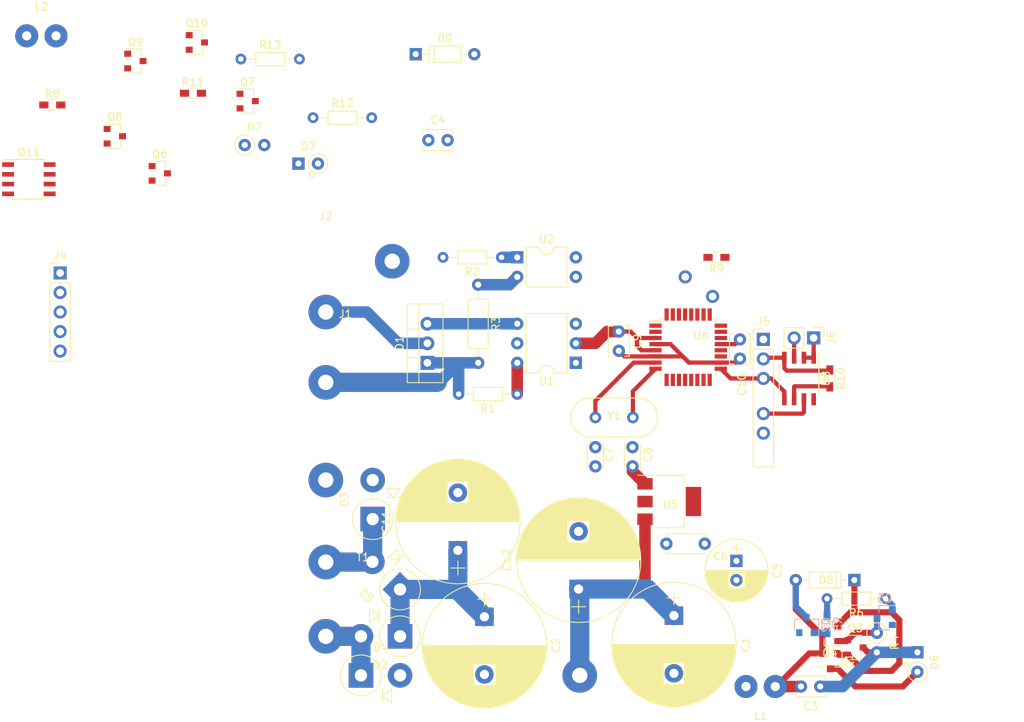
<source format=kicad_pcb>
(kicad_pcb (version 4) (host pcbnew 4.0.7)
  (layers (0 F.Cu signal) (31 B.Cu signal) (34 B.Paste user hide) (35 F.Paste user hide) (36 B.SilkS user hide) (37 F.SilkS user) (38 B.Mask user hide) (39 F.Mask user hide) (44 Edge.Cuts user hide))
  (net 0 "")
  (net 1 GND)
  (net 2 VCC)
  (net 3 "Net-(C7-Pad2)")
  (net 4 "Net-(C8-Pad2)")
  (net 5 "Net-(D1-Pad1)")
  (net 6 "Net-(D1-Pad2)")
  (net 7 "Net-(D1-Pad3)")
  (net 8 "Net-(J4-Pad1)")
  (net 9 "Net-(J4-Pad2)")
  (net 10 "Net-(J4-Pad3)")
  (net 11 "Net-(J5-Pad3)")
  (net 12 "Net-(J5-Pad4)")
  (net 13 "Net-(J5-Pad5)")
  (net 14 "Net-(J5-Pad6)")
  (net 15 "Net-(J6-Pad2)")
  (net 16 "Net-(R1-Pad1)")
  (net 17 "Net-(R2-Pad1)")
  (net 18 "Net-(J1-Pad2)")
  (net 19 "Net-(R3-Pad1)")
  (net 20 "Net-(R8-Pad1)")
  (net 21 "Net-(R8-Pad2)")
  (net 22 "Net-(R9-Pad2)")
  (net 23 "Net-(U1-Pad5)")
  (net 24 "Net-(U1-Pad3)")
  (net 25 "Net-(U6-Pad2)")
  (net 26 "Net-(U6-Pad19)")
  (net 27 "Net-(U6-Pad20)")
  (net 28 "Net-(U6-Pad22)")
  (net 29 "Net-(U6-Pad23)")
  (net 30 "Net-(U6-Pad24)")
  (net 31 "Net-(U6-Pad25)")
  (net 32 "Net-(U8-Pad8)")
  (net 33 "Net-(U6-Pad12)")
  (net 34 "Net-(U6-Pad27)")
  (net 35 "Net-(R10-Pad2)")
  (net 36 "Net-(R5-Pad2)")
  (net 37 "Net-(R12-Pad2)")
  (net 38 +12V)
  (net 39 "Net-(C3-Pad1)")
  (net 40 "Net-(C3-Pad2)")
  (net 41 "Net-(C4-Pad1)")
  (net 42 "Net-(C4-Pad2)")
  (net 43 +24V)
  (net 44 "Net-(Q2-Pad1)")
  (net 45 "Net-(Q3-Pad1)")
  (net 46 "Net-(Q5-Pad1)")
  (net 47 "Net-(Q7-Pad1)")
  (net 48 "Net-(Q10-Pad3)")
  (net 49 "Net-(Q10-Pad1)")
  (net 50 "Net-(D2-Pad2)")
  (net 51 "Net-(D3-Pad1)")
  (net 52 "Net-(D8-Pad1)")
  (net 53 "Net-(D9-Pad1)")
  (net 54 "Net-(J5-Pad7)")
  (net 55 +VSW)
  (net 56 "Net-(Q11-Pad2)")
  (net 57 "Net-(Q11-Pad3)")
  (net 58 en)
  (net 59 "Net-(Q11-Pad6)")
  (net 60 "Net-(Q11-Pad7)")
  (net 61 "Net-(Q11-Pad8)")
  (net 62 "Net-(U6-Pad30)")
  (module Pin_Headers:Pin_Header_Straight_1x07_Pitch2.54mm (layer F.Cu) (at 78.232 28.956)
    (fp_text reference J5 (at 0 -2.33) (layer F.SilkS))
    (fp_text value Conn_01x07)
    (pad 1 thru_hole rect (at 0 0) (size 1.7 1.7) (drill 1) (layers *.Cu *.Mask) (net 1 GND))
    (pad 2 thru_hole oval (at 0 2.54) (size 1.7 1.7) (drill 1) (layers *.Cu *.Mask) (net 2 VCC))
    (pad 3 thru_hole oval (at 0 12.192) (size 1.7 1.7) (drill 1) (layers *.Cu *.Mask) (net 11 "Net-(J5-Pad3)"))
    (pad 4 thru_hole oval (at 0 9.652) (size 1.7 1.7) (drill 1) (layers *.Cu *.Mask) (net 12 "Net-(J5-Pad4)"))
    (pad 5 thru_hole oval (at 0 5.08) (size 1.7 1.7) (drill 1) (layers *.Cu *.Mask) (net 13 "Net-(J5-Pad5)"))
    (pad 6 thru_hole oval (at -6.604 -5.588) (size 1.7 1.7) (drill 1) (layers *.Cu *.Mask) (net 14 "Net-(J5-Pad6)"))
    (pad 7 thru_hole oval (at -10.16 -8.128) (size 1.7 1.7) (drill 1) (layers *.Cu *.Mask) (net 54 "Net-(J5-Pad7)"))
  )
  (module Capacitors_THT:C_Disc_D3.0mm_W2.0mm_P2.50mm (layer F.Cu) (at 61.214 45.466 90)
    (fp_text reference C8 (at 1.524 2.032 90) (layer F.SilkS))
    (fp_text value 22p)
    (pad 1 thru_hole circle (at 0 0 90) (size 1.6 1.6) (drill 0.8) (layers *.Cu *.Mask) (net 1 GND))
    (pad 2 thru_hole circle (at 2.5 0 90) (size 1.6 1.6) (drill 0.8) (layers *.Cu *.Mask) (net 4 "Net-(C8-Pad2)"))
  )
  (module TO_SOT_Packages_SMD:SOT-223-3_TabPin2 (layer F.Cu) (at 65.9892 50.038)
    (fp_text reference U5 (at 0.1524 0.4064) (layer F.SilkS))
    (fp_text value AMS1117-5)
    (pad 2 smd rect (at 3.15 0) (size 2 3.8) (layers F.Cu F.Paste F.Mask) (net 2 VCC))
    (pad 2 smd rect (at -3.15 0) (size 2 1.5) (layers F.Cu F.Paste F.Mask) (net 2 VCC))
    (pad 3 smd rect (at -3.15 2.3) (size 2 1.5) (layers F.Cu F.Paste F.Mask) (net 38 +12V))
    (pad 1 smd rect (at -3.15 -2.3) (size 2 1.5) (layers F.Cu F.Paste F.Mask) (net 1 GND))
  )
  (module Crystals:Crystal_HC49-U_Vertical (layer F.Cu) (at 56.388 39.116)
    (fp_text reference Y1 (at 2.413 -0.254) (layer F.SilkS))
    (fp_text value 16MHz)
    (pad 1 thru_hole circle (at 0 0) (size 1.5 1.5) (drill 0.8) (layers *.Cu *.Mask) (net 3 "Net-(C7-Pad2)"))
    (pad 2 thru_hole circle (at 4.88 0) (size 1.5 1.5) (drill 0.8) (layers *.Cu *.Mask) (net 4 "Net-(C8-Pad2)"))
  )
  (module Capacitors_THT:C_Disc_D4.7mm_W2.5mm_P5.00mm (layer F.Cu) (at 70.612 55.5244 180)
    (fp_text reference C6 (at -2.032 -1.651 180) (layer F.SilkS))
    (fp_text value 1μ)
    (pad 1 thru_hole circle (at 0 0 180) (size 1.6 1.6) (drill 0.8) (layers *.Cu *.Mask) (net 2 VCC))
    (pad 2 thru_hole circle (at 5 0 180) (size 1.6 1.6) (drill 0.8) (layers *.Cu *.Mask) (net 1 GND))
  )
  (module Capacitors_THT:C_Disc_D3.0mm_W2.0mm_P2.50mm (layer F.Cu) (at 56.388 45.466 90)
    (fp_text reference C7 (at 1.524 1.778 90) (layer F.SilkS))
    (fp_text value 22p)
    (pad 1 thru_hole circle (at 0 0 90) (size 1.6 1.6) (drill 0.8) (layers *.Cu *.Mask) (net 1 GND))
    (pad 2 thru_hole circle (at 2.5 0 90) (size 1.6 1.6) (drill 0.8) (layers *.Cu *.Mask) (net 3 "Net-(C7-Pad2)"))
  )
  (module TO_SOT_Packages_THT:TO-220-3_Vertical (layer F.Cu) (at 34.544 32.004 90)
    (fp_text reference D1 (at 2.54 -3.62 90) (layer F.SilkS))
    (fp_text value BTA_16)
    (pad 1 thru_hole rect (at 0 0 90) (size 1.8 1.8) (drill 1) (layers *.Cu *.Mask) (net 5 "Net-(D1-Pad1)"))
    (pad 2 thru_hole oval (at 2.54 0 90) (size 1.8 1.8) (drill 1) (layers *.Cu *.Mask) (net 6 "Net-(D1-Pad2)"))
    (pad 3 thru_hole oval (at 5.08 0 90) (size 1.8 1.8) (drill 1) (layers *.Cu *.Mask) (net 7 "Net-(D1-Pad3)"))
  )
  (module Pin_Headers:Pin_Header_Straight_1x02_Pitch2.54mm (layer F.Cu) (at 84.7725 28.7655 270)
    (fp_text reference J6 (at 0 -2.33 270) (layer F.SilkS))
    (fp_text value Conn_01x02)
    (pad 1 thru_hole rect (at 0 0 270) (size 1.7 1.7) (drill 1) (layers *.Cu *.Mask) (net 1 GND))
    (pad 2 thru_hole oval (at 0 2.54 270) (size 1.7 1.7) (drill 1) (layers *.Cu *.Mask) (net 15 "Net-(J6-Pad2)"))
  )
  (module Resistors_THT:R_Axial_DIN0204_L3.6mm_D1.6mm_P7.62mm_Horizontal (layer F.Cu) (at 46.228 36.068 180)
    (fp_text reference R1 (at 3.81 -1.86 180) (layer F.SilkS))
    (fp_text value 330)
    (pad 1 thru_hole circle (at 0 0 180) (size 1.4 1.4) (drill 0.7) (layers *.Cu *.Mask) (net 16 "Net-(R1-Pad1)"))
    (pad 2 thru_hole oval (at 7.62 0 180) (size 1.4 1.4) (drill 0.7) (layers *.Cu *.Mask) (net 5 "Net-(D1-Pad1)"))
  )
  (module Resistors_THT:R_Axial_DIN0204_L3.6mm_D1.6mm_P7.62mm_Horizontal (layer F.Cu) (at 44.196 18.288 180)
    (fp_text reference R2 (at 3.81 -1.86 180) (layer F.SilkS))
    (fp_text value 68k)
    (pad 1 thru_hole circle (at 0 0 180) (size 1.4 1.4) (drill 0.7) (layers *.Cu *.Mask) (net 17 "Net-(R2-Pad1)"))
    (pad 2 thru_hole oval (at 7.62 0 180) (size 1.4 1.4) (drill 0.7) (layers *.Cu *.Mask) (net 18 "Net-(J1-Pad2)"))
  )
  (module Housings_DIP:DIP-6_W7.62mm (layer F.Cu) (at 53.848 32.004 180)
    (fp_text reference U1 (at 3.81 -2.33 180) (layer F.SilkS))
    (fp_text value MOC3052M)
    (pad 1 thru_hole rect (at 0 0 180) (size 1.6 1.6) (drill 0.8) (layers *.Cu *.Mask) (net 20 "Net-(R8-Pad1)"))
    (pad 4 thru_hole oval (at 7.62 5.08 180) (size 1.6 1.6) (drill 0.8) (layers *.Cu *.Mask) (net 7 "Net-(D1-Pad3)"))
    (pad 2 thru_hole oval (at 0 2.54 180) (size 1.6 1.6) (drill 0.8) (layers *.Cu *.Mask) (net 1 GND))
    (pad 5 thru_hole oval (at 7.62 2.54 180) (size 1.6 1.6) (drill 0.8) (layers *.Cu *.Mask) (net 23 "Net-(U1-Pad5)"))
    (pad 3 thru_hole oval (at 0 5.08 180) (size 1.6 1.6) (drill 0.8) (layers *.Cu *.Mask) (net 24 "Net-(U1-Pad3)"))
    (pad 6 thru_hole oval (at 7.62 0 180) (size 1.6 1.6) (drill 0.8) (layers *.Cu *.Mask) (net 16 "Net-(R1-Pad1)"))
  )
  (module Housings_DIP:DIP-4_W7.62mm (layer F.Cu) (at 46.228 18.288)
    (fp_text reference U2 (at 3.81 -2.33) (layer F.SilkS))
    (fp_text value LTV-814)
    (pad 1 thru_hole rect (at 0 0) (size 1.6 1.6) (drill 0.8) (layers *.Cu *.Mask) (net 17 "Net-(R2-Pad1)"))
    (pad 3 thru_hole oval (at 7.62 2.54) (size 1.6 1.6) (drill 0.8) (layers *.Cu *.Mask) (net 1 GND))
    (pad 2 thru_hole oval (at 0 2.54) (size 1.6 1.6) (drill 0.8) (layers *.Cu *.Mask) (net 19 "Net-(R3-Pad1)"))
    (pad 4 thru_hole oval (at 7.62 0) (size 1.6 1.6) (drill 0.8) (layers *.Cu *.Mask) (net 22 "Net-(R9-Pad2)"))
  )
  (module Housings_QFP:TQFP-32_7x7mm_Pitch0.8mm (layer F.Cu) (at 68.453 29.972)
    (fp_text reference U6 (at 1.651 -1.524) (layer F.SilkS))
    (fp_text value ATMEGA88PA-AU)
    (pad 1 smd rect (at -4.25 -2.8) (size 1.6 0.55) (layers F.Cu F.Paste F.Mask) (net 10 "Net-(J4-Pad3)"))
    (pad 2 smd rect (at -4.25 -2) (size 1.6 0.55) (layers F.Cu F.Paste F.Mask) (net 25 "Net-(U6-Pad2)"))
    (pad 3 smd rect (at -4.25 -1.2) (size 1.6 0.55) (layers F.Cu F.Paste F.Mask) (net 1 GND))
    (pad 4 smd rect (at -4.25 -0.4) (size 1.6 0.55) (layers F.Cu F.Paste F.Mask) (net 2 VCC))
    (pad 5 smd rect (at -4.25 0.4) (size 1.6 0.55) (layers F.Cu F.Paste F.Mask) (net 1 GND))
    (pad 6 smd rect (at -4.25 1.2) (size 1.6 0.55) (layers F.Cu F.Paste F.Mask) (net 2 VCC))
    (pad 7 smd rect (at -4.25 2) (size 1.6 0.55) (layers F.Cu F.Paste F.Mask) (net 3 "Net-(C7-Pad2)"))
    (pad 8 smd rect (at -4.25 2.8) (size 1.6 0.55) (layers F.Cu F.Paste F.Mask) (net 4 "Net-(C8-Pad2)"))
    (pad 9 smd rect (at -2.8 4.25 90) (size 1.6 0.55) (layers F.Cu F.Paste F.Mask) (net 37 "Net-(R12-Pad2)"))
    (pad 10 smd rect (at -2 4.25 90) (size 1.6 0.55) (layers F.Cu F.Paste F.Mask) (net 36 "Net-(R5-Pad2)"))
    (pad 11 smd rect (at -1.2 4.25 90) (size 1.6 0.55) (layers F.Cu F.Paste F.Mask) (net 58 en))
    (pad 12 smd rect (at -0.4 4.25 90) (size 1.6 0.55) (layers F.Cu F.Paste F.Mask) (net 33 "Net-(U6-Pad12)"))
    (pad 13 smd rect (at 0.4 4.25 90) (size 1.6 0.55) (layers F.Cu F.Paste F.Mask) (net 35 "Net-(R10-Pad2)"))
    (pad 14 smd rect (at 1.2 4.25 90) (size 1.6 0.55) (layers F.Cu F.Paste F.Mask) (net 21 "Net-(R8-Pad2)"))
    (pad 15 smd rect (at 2 4.25 90) (size 1.6 0.55) (layers F.Cu F.Paste F.Mask) (net 11 "Net-(J5-Pad3)"))
    (pad 16 smd rect (at 2.8 4.25 90) (size 1.6 0.55) (layers F.Cu F.Paste F.Mask) (net 12 "Net-(J5-Pad4)"))
    (pad 17 smd rect (at 4.25 2.8) (size 1.6 0.55) (layers F.Cu F.Paste F.Mask) (net 13 "Net-(J5-Pad5)"))
    (pad 18 smd rect (at 4.25 2) (size 1.6 0.55) (layers F.Cu F.Paste F.Mask) (net 2 VCC))
    (pad 19 smd rect (at 4.25 1.2) (size 1.6 0.55) (layers F.Cu F.Paste F.Mask) (net 26 "Net-(U6-Pad19)"))
    (pad 20 smd rect (at 4.25 0.4) (size 1.6 0.55) (layers F.Cu F.Paste F.Mask) (net 27 "Net-(U6-Pad20)"))
    (pad 21 smd rect (at 4.25 -0.4) (size 1.6 0.55) (layers F.Cu F.Paste F.Mask) (net 1 GND))
    (pad 22 smd rect (at 4.25 -1.2) (size 1.6 0.55) (layers F.Cu F.Paste F.Mask) (net 28 "Net-(U6-Pad22)"))
    (pad 23 smd rect (at 4.25 -2) (size 1.6 0.55) (layers F.Cu F.Paste F.Mask) (net 29 "Net-(U6-Pad23)"))
    (pad 24 smd rect (at 4.25 -2.8) (size 1.6 0.55) (layers F.Cu F.Paste F.Mask) (net 30 "Net-(U6-Pad24)"))
    (pad 25 smd rect (at 2.8 -4.25 90) (size 1.6 0.55) (layers F.Cu F.Paste F.Mask) (net 31 "Net-(U6-Pad25)"))
    (pad 26 smd rect (at 2 -4.25 90) (size 1.6 0.55) (layers F.Cu F.Paste F.Mask) (net 14 "Net-(J5-Pad6)"))
    (pad 27 smd rect (at 1.2 -4.25 90) (size 1.6 0.55) (layers F.Cu F.Paste F.Mask) (net 34 "Net-(U6-Pad27)"))
    (pad 28 smd rect (at 0.4 -4.25 90) (size 1.6 0.55) (layers F.Cu F.Paste F.Mask) (net 8 "Net-(J4-Pad1)"))
    (pad 29 smd rect (at -0.4 -4.25 90) (size 1.6 0.55) (layers F.Cu F.Paste F.Mask) (net 54 "Net-(J5-Pad7)"))
    (pad 30 smd rect (at -1.2 -4.25 90) (size 1.6 0.55) (layers F.Cu F.Paste F.Mask) (net 62 "Net-(U6-Pad30)"))
    (pad 31 smd rect (at -2 -4.25 90) (size 1.6 0.55) (layers F.Cu F.Paste F.Mask) (net 9 "Net-(J4-Pad2)"))
    (pad 32 smd rect (at -2.8 -4.25 90) (size 1.6 0.55) (layers F.Cu F.Paste F.Mask) (net 22 "Net-(R9-Pad2)"))
  )
  (module Housings_SOIC:SOIC-8_3.9x4.9mm_Pitch1.27mm (layer F.Cu) (at 82.8675 34.036 270)
    (fp_text reference U8 (at 0 -3.5 270) (layer F.SilkS))
    (fp_text value MAX6675)
    (pad 1 smd rect (at -2.7 -1.905 270) (size 1.55 0.6) (layers F.Cu F.Paste F.Mask) (net 1 GND))
    (pad 2 smd rect (at -2.7 -0.635 270) (size 1.55 0.6) (layers F.Cu F.Paste F.Mask) (net 1 GND))
    (pad 3 smd rect (at -2.7 0.635 270) (size 1.55 0.6) (layers F.Cu F.Paste F.Mask) (net 15 "Net-(J6-Pad2)"))
    (pad 4 smd rect (at -2.7 1.905 270) (size 1.55 0.6) (layers F.Cu F.Paste F.Mask) (net 2 VCC))
    (pad 5 smd rect (at 2.7 1.905 270) (size 1.55 0.6) (layers F.Cu F.Paste F.Mask) (net 13 "Net-(J5-Pad5)"))
    (pad 6 smd rect (at 2.7 0.635 270) (size 1.55 0.6) (layers F.Cu F.Paste F.Mask) (net 35 "Net-(R10-Pad2)"))
    (pad 7 smd rect (at 2.7 -0.635 270) (size 1.55 0.6) (layers F.Cu F.Paste F.Mask) (net 12 "Net-(J5-Pad4)"))
    (pad 8 smd rect (at 2.7 -1.905 270) (size 1.55 0.6) (layers F.Cu F.Paste F.Mask) (net 32 "Net-(U8-Pad8)"))
  )
  (module Capacitors_THT:C_Disc_D3.8mm_W2.6mm_P2.50mm (layer F.Cu) (at 59.436 27.94 270)
    (fp_text reference C9 (at 1.27 -2.413 270) (layer F.SilkS))
    (fp_text value 100n)
    (pad 1 thru_hole circle (at 0 0 270) (size 1.6 1.6) (drill 0.8) (layers *.Cu *.Mask) (net 1 GND))
    (pad 2 thru_hole circle (at 2.5 0 270) (size 1.6 1.6) (drill 0.8) (layers *.Cu *.Mask) (net 2 VCC))
  )
  (module Capacitors_THT:C_Disc_D3.8mm_W2.6mm_P2.50mm (layer F.Cu) (at 75.184 28.956 270)
    (fp_text reference C10 (at 5.842 -0.254 270) (layer F.SilkS))
    (fp_text value 100n)
    (pad 1 thru_hole circle (at 0 0 270) (size 1.6 1.6) (drill 0.8) (layers *.Cu *.Mask) (net 1 GND))
    (pad 2 thru_hole circle (at 2.5 0 270) (size 1.6 1.6) (drill 0.8) (layers *.Cu *.Mask) (net 2 VCC))
  )
  (module Resistors_THT:R_Axial_DIN0207_L6.3mm_D2.5mm_P10.16mm_Horizontal (layer F.Cu) (at 41.148 21.844 270)
    (fp_text reference R3 (at 5.08 -2.31 270) (layer F.SilkS))
    (fp_text value 68k)
    (pad 1 thru_hole circle (at 0 0 270) (size 1.6 1.6) (drill 0.8) (layers *.Cu *.Mask) (net 19 "Net-(R3-Pad1)"))
    (pad 2 thru_hole oval (at 10.16 0 270) (size 1.6 1.6) (drill 0.8) (layers *.Cu *.Mask) (net 5 "Net-(D1-Pad1)"))
  )
  (module Diodes_THT:D_DO-201AD_P5.08mm_Vertical_AnodeUp (layer F.Cu) (at 30.988 67.564 180)
    (fp_text reference D2 (at 2.54 -3.66 180) (layer F.SilkS))
    (fp_text value 1N5400)
    (pad 1 thru_hole rect (at 0 0 180) (size 3.2 3.2) (drill 1.6) (layers *.Cu *.Mask) (net 43 +24V))
    (pad 2 thru_hole oval (at 5.08 0 180) (size 3.2 3.2) (drill 1.6) (layers *.Cu *.Mask) (net 50 "Net-(D2-Pad2)"))
  )
  (module Diodes_THT:D_DO-201AD_P5.08mm_Vertical_AnodeUp (layer F.Cu) (at 27.432 52.324 90)
    (fp_text reference D3 (at 2.54 -3.66 90) (layer F.SilkS))
    (fp_text value 1N5400)
    (pad 1 thru_hole rect (at 0 0 90) (size 3.2 3.2) (drill 1.6) (layers *.Cu *.Mask) (net 51 "Net-(D3-Pad1)"))
    (pad 2 thru_hole oval (at 5.08 0 90) (size 3.2 3.2) (drill 1.6) (layers *.Cu *.Mask) (net 1 GND))
  )
  (module Diodes_THT:D_DO-201AD_P5.08mm_Vertical_AnodeUp (layer F.Cu) (at 25.908 72.644)
    (fp_text reference D4 (at 2.54 -3.66) (layer F.SilkS))
    (fp_text value 1N5400)
    (pad 1 thru_hole rect (at 0 0) (size 3.2 3.2) (drill 1.6) (layers *.Cu *.Mask) (net 50 "Net-(D2-Pad2)"))
    (pad 2 thru_hole oval (at 5.08 0) (size 3.2 3.2) (drill 1.6) (layers *.Cu *.Mask) (net 1 GND))
  )
  (module Diodes_THT:D_DO-201AD_P5.08mm_Vertical_AnodeUp (layer F.Cu) (at 30.988 61.468 135)
    (fp_text reference D5 (at 2.54 -3.66 135) (layer F.SilkS))
    (fp_text value 1N5400)
    (pad 1 thru_hole rect (at 0 0 135) (size 3.2 3.2) (drill 1.6) (layers *.Cu *.Mask) (net 43 +24V))
    (pad 2 thru_hole oval (at 5.08 0 135) (size 3.2 3.2) (drill 1.6) (layers *.Cu *.Mask) (net 51 "Net-(D3-Pad1)"))
  )
  (module Wire_Pads:SolderWirePad_2x_1-2mmDrill (layer F.Cu) (at 77.8764 74.0918 180)
    (fp_text reference L1 (at 0 -3.81 180) (layer F.SilkS))
    (fp_text value solenoid)
    (pad 1 thru_hole circle (at -1.905 0 180) (size 2.99974 2.99974) (drill 1.19888) (layers *.Cu *.Mask) (net 40 "Net-(C3-Pad2)"))
    (pad 2 thru_hole circle (at 1.905 0 180) (size 2.99974 2.99974) (drill 1.19888) (layers *.Cu *.Mask) (net 55 +VSW))
  )
  (module TO_SOT_Packages_SMD:SOT-23 (layer F.Cu) (at 86.8934 70.7898 270)
    (fp_text reference Q1 (at 0 -2.5 270) (layer F.SilkS))
    (fp_text value AO3400)
    (pad 1 smd rect (at -1 -0.95 270) (size 0.9 0.8) (layers F.Cu F.Paste F.Mask) (net 52 "Net-(D8-Pad1)"))
    (pad 2 smd rect (at -1 0.95 270) (size 0.9 0.8) (layers F.Cu F.Paste F.Mask) (net 40 "Net-(C3-Pad2)"))
    (pad 3 smd rect (at 1 0 270) (size 0.9 0.8) (layers F.Cu F.Paste F.Mask) (net 43 +24V))
  )
  (module TO_SOT_Packages_SMD:SOT-23 (layer B.Cu) (at 83.8454 66.0908 90)
    (fp_text reference Q2 (at 0 2.54 90) (layer B.SilkS) (effects (justify mirror)))
    (fp_text value AO3400)
    (pad 1 smd rect (at -1 0.95 90) (size 0.9 0.8) (layers B.Cu B.Paste B.Mask) (net 44 "Net-(Q2-Pad1)"))
    (pad 2 smd rect (at -1 -0.95 90) (size 0.9 0.8) (layers B.Cu B.Paste B.Mask) (net 1 GND))
    (pad 3 smd rect (at 1 0 90) (size 0.9 0.8) (layers B.Cu B.Paste B.Mask) (net 40 "Net-(C3-Pad2)"))
  )
  (module TO_SOT_Packages_SMD:SOT-23 (layer F.Cu) (at 90.1954 69.0118)
    (fp_text reference Q3 (at 0 -2.5) (layer F.SilkS))
    (fp_text value MMBT3904)
    (pad 1 smd rect (at -1 -0.95) (size 0.9 0.8) (layers F.Cu F.Paste F.Mask) (net 45 "Net-(Q3-Pad1)"))
    (pad 2 smd rect (at -1 0.95) (size 0.9 0.8) (layers F.Cu F.Paste F.Mask) (net 52 "Net-(D8-Pad1)"))
    (pad 3 smd rect (at 1 0) (size 0.9 0.8) (layers F.Cu F.Paste F.Mask) (net 39 "Net-(C3-Pad1)"))
  )
  (module TO_SOT_Packages_SMD:SOT-23 (layer F.Cu) (at 86.8934 67.2338 180)
    (fp_text reference Q4 (at 0 -2.5 180) (layer F.SilkS))
    (fp_text value MMBT3906)
    (pad 1 smd rect (at -1 -0.95 180) (size 0.9 0.8) (layers F.Cu F.Paste F.Mask) (net 45 "Net-(Q3-Pad1)"))
    (pad 2 smd rect (at -1 0.95 180) (size 0.9 0.8) (layers F.Cu F.Paste F.Mask) (net 52 "Net-(D8-Pad1)"))
    (pad 3 smd rect (at 1 0 180) (size 0.9 0.8) (layers F.Cu F.Paste F.Mask) (net 40 "Net-(C3-Pad2)"))
  )
  (module TO_SOT_Packages_SMD:SOT-23 (layer B.Cu) (at 94.0054 65.1383 180)
    (fp_text reference Q5 (at 0 2.5 180) (layer B.SilkS) (effects (justify mirror)))
    (fp_text value BSS138)
    (pad 1 smd rect (at -1 0.95 180) (size 0.9 0.8) (layers B.Cu B.Paste B.Mask) (net 46 "Net-(Q5-Pad1)"))
    (pad 2 smd rect (at -1 -0.95 180) (size 0.9 0.8) (layers B.Cu B.Paste B.Mask) (net 1 GND))
    (pad 3 smd rect (at 1 0 180) (size 0.9 0.8) (layers B.Cu B.Paste B.Mask) (net 45 "Net-(Q3-Pad1)"))
  )
  (module Resistors_THT:R_Axial_DIN0204_L3.6mm_D1.6mm_P7.62mm_Horizontal (layer F.Cu) (at 94.1324 62.6618 180)
    (fp_text reference R6 (at 3.81 -1.86 180) (layer F.SilkS))
    (fp_text value 330)
    (pad 1 thru_hole circle (at 0 0 180) (size 1.4 1.4) (drill 0.7) (layers *.Cu *.Mask) (net 46 "Net-(Q5-Pad1)"))
    (pad 2 thru_hole oval (at 7.62 0 180) (size 1.4 1.4) (drill 0.7) (layers *.Cu *.Mask) (net 36 "Net-(R5-Pad2)"))
  )
  (module Wire_Pads:SolderWirePad_2x_2mmDrill (layer F.Cu) (at 23.876 29.464)
    (fp_text reference J1 (at 0 -3.81) (layer F.SilkS))
    (fp_text value Conn_01x02)
    (pad 1 thru_hole circle (at -2.54 -4.064) (size 4.50088 4.50088) (drill 1.99898) (layers *.Cu *.Mask) (net 6 "Net-(D1-Pad2)"))
  )
  (module Wire_Pads:SolderWirePad_3x_2mmDrill (layer F.Cu) (at 21.336 16.764)
    (fp_text reference J2 (at 0 -3.81) (layer F.SilkS))
    (fp_text value Conn_01x03)
    (pad 1 thru_hole circle (at 0 17.78) (size 4.50088 4.50088) (drill 1.99898) (layers *.Cu *.Mask) (net 5 "Net-(D1-Pad1)"))
    (pad 2 thru_hole circle (at 8.636 2.032) (size 4.50088 4.50088) (drill 1.99898) (layers *.Cu *.Mask) (net 18 "Net-(J1-Pad2)"))
    (pad 3 thru_hole circle (at 0 30.48) (size 4.50088 4.50088) (drill 1.99898) (layers *.Cu *.Mask) (net 1 GND))
  )
  (module Diodes_THT:D_DO-35_SOD27_P7.62mm_Horizontal (layer F.Cu) (at 90.0684 60.2488 180)
    (fp_text reference D8 (at 3.683 0 180) (layer F.SilkS))
    (fp_text value Zener-10v)
    (pad 1 thru_hole rect (at 0 0 180) (size 1.6 1.6) (drill 0.8) (layers *.Cu *.Mask) (net 52 "Net-(D8-Pad1)"))
    (pad 2 thru_hole oval (at 7.62 0 180) (size 1.6 1.6) (drill 0.8) (layers *.Cu *.Mask) (net 40 "Net-(C3-Pad2)"))
  )
  (module Capacitors_THT:C_Disc_D3.8mm_W2.6mm_P2.50mm (layer F.Cu) (at 85.6234 74.0918 180)
    (fp_text reference C3 (at 1.25 -2.61 180) (layer F.SilkS))
    (fp_text value 47n)
    (pad 1 thru_hole circle (at 0 0 180) (size 1.6 1.6) (drill 0.8) (layers *.Cu *.Mask) (net 39 "Net-(C3-Pad1)"))
    (pad 2 thru_hole circle (at 2.5 0 180) (size 1.6 1.6) (drill 0.8) (layers *.Cu *.Mask) (net 40 "Net-(C3-Pad2)"))
  )
  (module Resistors_THT:R_Axial_DIN0207_L6.3mm_D2.5mm_P2.54mm_Vertical (layer F.Cu) (at 92.9894 67.1068 270)
    (fp_text reference R4 (at 1.27 -2.31 270) (layer F.SilkS))
    (fp_text value 22k)
    (pad 1 thru_hole circle (at 0 0 270) (size 1.6 1.6) (drill 0.8) (layers *.Cu *.Mask) (net 45 "Net-(Q3-Pad1)"))
    (pad 2 thru_hole oval (at 2.54 0 270) (size 1.6 1.6) (drill 0.8) (layers *.Cu *.Mask) (net 39 "Net-(C3-Pad1)"))
  )
  (module Capacitors_THT:C_Disc_D3.8mm_W2.6mm_P2.50mm (layer F.Cu) (at 34.671 3.048)
    (fp_text reference C4 (at 1.25 -2.61) (layer F.SilkS))
    (fp_text value 47n)
    (pad 1 thru_hole circle (at 0 0) (size 1.6 1.6) (drill 0.8) (layers *.Cu *.Mask) (net 41 "Net-(C4-Pad1)"))
    (pad 2 thru_hole circle (at 2.5 0) (size 1.6 1.6) (drill 0.8) (layers *.Cu *.Mask) (net 42 "Net-(C4-Pad2)"))
  )
  (module Diodes_THT:D_DO-35_SOD27_P7.62mm_Horizontal (layer F.Cu) (at 33.02 -8.128)
    (fp_text reference D9 (at 3.81 -2.06) (layer F.SilkS))
    (fp_text value Zener-10v)
    (pad 1 thru_hole rect (at 0 0) (size 1.6 1.6) (drill 0.8) (layers *.Cu *.Mask) (net 53 "Net-(D9-Pad1)"))
    (pad 2 thru_hole oval (at 7.62 0) (size 1.6 1.6) (drill 0.8) (layers *.Cu *.Mask) (net 42 "Net-(C4-Pad2)"))
  )
  (module Wire_Pads:SolderWirePad_2x_1-2mmDrill (layer F.Cu) (at -15.6464 -10.5156)
    (fp_text reference L2 (at 0 -3.81) (layer F.SilkS))
    (fp_text value solenoid)
    (pad 1 thru_hole circle (at -1.905 0) (size 2.99974 2.99974) (drill 1.19888) (layers *.Cu *.Mask) (net 42 "Net-(C4-Pad2)"))
    (pad 2 thru_hole circle (at 1.905 0) (size 2.99974 2.99974) (drill 1.19888) (layers *.Cu *.Mask) (net 55 +VSW))
  )
  (module TO_SOT_Packages_SMD:SOT-23 (layer F.Cu) (at -0.254 7.366)
    (fp_text reference Q6 (at 0 -2.5) (layer F.SilkS))
    (fp_text value AO3400)
    (pad 1 smd rect (at -1 -0.95) (size 0.9 0.8) (layers F.Cu F.Paste F.Mask) (net 53 "Net-(D9-Pad1)"))
    (pad 2 smd rect (at -1 0.95) (size 0.9 0.8) (layers F.Cu F.Paste F.Mask) (net 42 "Net-(C4-Pad2)"))
    (pad 3 smd rect (at 1 0) (size 0.9 0.8) (layers F.Cu F.Paste F.Mask) (net 43 +24V))
  )
  (module TO_SOT_Packages_SMD:SOT-23 (layer F.Cu) (at 11.176 -2.032)
    (fp_text reference Q7 (at 0 -2.5) (layer F.SilkS))
    (fp_text value AO3400)
    (pad 1 smd rect (at -1 -0.95) (size 0.9 0.8) (layers F.Cu F.Paste F.Mask) (net 47 "Net-(Q7-Pad1)"))
    (pad 2 smd rect (at -1 0.95) (size 0.9 0.8) (layers F.Cu F.Paste F.Mask) (net 1 GND))
    (pad 3 smd rect (at 1 0) (size 0.9 0.8) (layers F.Cu F.Paste F.Mask) (net 42 "Net-(C4-Pad2)"))
  )
  (module TO_SOT_Packages_SMD:SOT-23 (layer F.Cu) (at -6.096 2.54)
    (fp_text reference Q8 (at 0 -2.5) (layer F.SilkS))
    (fp_text value MMBT3904)
    (pad 1 smd rect (at -1 -0.95) (size 0.9 0.8) (layers F.Cu F.Paste F.Mask) (net 48 "Net-(Q10-Pad3)"))
    (pad 2 smd rect (at -1 0.95) (size 0.9 0.8) (layers F.Cu F.Paste F.Mask) (net 53 "Net-(D9-Pad1)"))
    (pad 3 smd rect (at 1 0) (size 0.9 0.8) (layers F.Cu F.Paste F.Mask) (net 41 "Net-(C4-Pad1)"))
  )
  (module TO_SOT_Packages_SMD:SOT-23 (layer F.Cu) (at -3.429 -7.239)
    (fp_text reference Q9 (at 0 -2.5) (layer F.SilkS))
    (fp_text value MMBT3906)
    (pad 1 smd rect (at -1 -0.95) (size 0.9 0.8) (layers F.Cu F.Paste F.Mask) (net 48 "Net-(Q10-Pad3)"))
    (pad 2 smd rect (at -1 0.95) (size 0.9 0.8) (layers F.Cu F.Paste F.Mask) (net 53 "Net-(D9-Pad1)"))
    (pad 3 smd rect (at 1 0) (size 0.9 0.8) (layers F.Cu F.Paste F.Mask) (net 42 "Net-(C4-Pad2)"))
  )
  (module TO_SOT_Packages_SMD:SOT-23 (layer F.Cu) (at 4.572 -9.652)
    (fp_text reference Q10 (at 0 -2.5) (layer F.SilkS))
    (fp_text value BSS138)
    (pad 1 smd rect (at -1 -0.95) (size 0.9 0.8) (layers F.Cu F.Paste F.Mask) (net 49 "Net-(Q10-Pad1)"))
    (pad 2 smd rect (at -1 0.95) (size 0.9 0.8) (layers F.Cu F.Paste F.Mask) (net 1 GND))
    (pad 3 smd rect (at 1 0) (size 0.9 0.8) (layers F.Cu F.Paste F.Mask) (net 48 "Net-(Q10-Pad3)"))
  )
  (module Resistors_THT:R_Axial_DIN0207_L6.3mm_D2.5mm_P2.54mm_Vertical (layer F.Cu) (at 10.795 3.683)
    (fp_text reference R7 (at 1.27 -2.31) (layer F.SilkS))
    (fp_text value 22k)
    (pad 1 thru_hole circle (at 0 0) (size 1.6 1.6) (drill 0.8) (layers *.Cu *.Mask) (net 48 "Net-(Q10-Pad3)"))
    (pad 2 thru_hole oval (at 2.54 0) (size 1.6 1.6) (drill 0.8) (layers *.Cu *.Mask) (net 41 "Net-(C4-Pad1)"))
  )
  (module Resistors_THT:R_Axial_DIN0204_L3.6mm_D1.6mm_P7.62mm_Horizontal (layer F.Cu) (at 19.685 0.127)
    (fp_text reference R12 (at 3.81 -1.86) (layer F.SilkS))
    (fp_text value 330)
    (pad 1 thru_hole circle (at 0 0) (size 1.4 1.4) (drill 0.7) (layers *.Cu *.Mask) (net 47 "Net-(Q7-Pad1)"))
    (pad 2 thru_hole oval (at 7.62 0) (size 1.4 1.4) (drill 0.7) (layers *.Cu *.Mask) (net 37 "Net-(R12-Pad2)"))
  )
  (module Resistors_THT:R_Axial_DIN0204_L3.6mm_D1.6mm_P7.62mm_Horizontal (layer F.Cu) (at 10.287 -7.493)
    (fp_text reference R13 (at 3.81 -1.86) (layer F.SilkS))
    (fp_text value 330)
    (pad 1 thru_hole circle (at 0 0) (size 1.4 1.4) (drill 0.7) (layers *.Cu *.Mask) (net 49 "Net-(Q10-Pad1)"))
    (pad 2 thru_hole oval (at 7.62 0) (size 1.4 1.4) (drill 0.7) (layers *.Cu *.Mask) (net 37 "Net-(R12-Pad2)"))
  )
  (module Resistors_SMD:R_0603_HandSoldering (layer B.Cu) (at 86.5124 65.9638 90)
    (fp_text reference R5 (at 0 1.45 90) (layer B.SilkS) (effects (justify mirror)))
    (fp_text value 330)
    (pad 1 smd rect (at -1.1 0 90) (size 1.2 0.9) (layers B.Cu B.Paste B.Mask) (net 44 "Net-(Q2-Pad1)"))
    (pad 2 smd rect (at 1.1 0 90) (size 1.2 0.9) (layers B.Cu B.Paste B.Mask) (net 36 "Net-(R5-Pad2)"))
  )
  (module Diodes_THT:D_DO-35_SOD27_P2.54mm_Vertical_KathodeUp (layer F.Cu) (at 98.2599 69.6468 270)
    (fp_text reference D6 (at 1.27 -2.266371 270) (layer F.SilkS))
    (fp_text value 1N4148)
    (pad 1 thru_hole rect (at 0 0 270) (size 1.6 1.6) (drill 0.8) (layers *.Cu *.Mask) (net 39 "Net-(C3-Pad1)"))
    (pad 2 thru_hole oval (at 2.54 0 270) (size 1.6 1.6) (drill 0.8) (layers *.Cu *.Mask) (net 43 +24V))
  )
  (module Diodes_THT:D_DO-35_SOD27_P2.54mm_Vertical_KathodeUp (layer F.Cu) (at 17.78 6.096)
    (fp_text reference D7 (at 1.27 -2.266371) (layer F.SilkS))
    (fp_text value 1N4148)
    (pad 1 thru_hole rect (at 0 0) (size 1.6 1.6) (drill 0.8) (layers *.Cu *.Mask) (net 41 "Net-(C4-Pad1)"))
    (pad 2 thru_hole oval (at 2.54 0) (size 1.6 1.6) (drill 0.8) (layers *.Cu *.Mask) (net 43 +24V))
  )
  (module Wire_Pads:SolderWirePad_4xInline_2mmDrill (layer F.Cu) (at 26.162 61.087)
    (fp_text reference T1 (at 0 -3.81) (layer F.SilkS))
    (fp_text value Transformer_1P_SS)
    (pad 5 thru_hole circle (at -4.826 6.477) (size 4.50088 4.50088) (drill 1.99898) (layers *.Cu *.Mask) (net 50 "Net-(D2-Pad2)"))
    (pad 3 thru_hole circle (at -4.826 -3.175) (size 4.50088 4.50088) (drill 1.99898) (layers *.Cu *.Mask) (net 51 "Net-(D3-Pad1)"))
    (pad 4 thru_hole circle (at 28.194 11.557) (size 4.50088 4.50088) (drill 1.99898) (layers *.Cu *.Mask) (net 38 +12V))
  )
  (module Resistors_SMD:R_0603_HandSoldering (layer F.Cu) (at 86.868 34.036 270)
    (fp_text reference R10 (at 0 -1.45 270) (layer F.SilkS))
    (fp_text value 10k)
    (pad 1 smd rect (at -1.1 0 270) (size 1.2 0.9) (layers F.Cu F.Paste F.Mask) (net 2 VCC))
    (pad 2 smd rect (at 1.1 0 270) (size 1.2 0.9) (layers F.Cu F.Paste F.Mask) (net 35 "Net-(R10-Pad2)"))
  )
  (module Resistors_SMD:R_0603_HandSoldering (layer F.Cu) (at 72.136 18.288 180)
    (fp_text reference R9 (at 0 -1.45 180) (layer F.SilkS))
    (fp_text value 10k)
    (pad 1 smd rect (at -1.1 0 180) (size 1.2 0.9) (layers F.Cu F.Paste F.Mask) (net 2 VCC))
    (pad 2 smd rect (at 1.1 0 180) (size 1.2 0.9) (layers F.Cu F.Paste F.Mask) (net 22 "Net-(R9-Pad2)"))
  )
  (module Capacitors_THT:CP_Radial_D8.0mm_P2.50mm (layer F.Cu) (at 74.7268 57.7596 270)
    (fp_text reference C5 (at 1.25 -5.31 270) (layer F.SilkS))
    (fp_text value 220μ)
    (pad 1 thru_hole rect (at 0 0 270) (size 1.6 1.6) (drill 0.8) (layers *.Cu *.Mask) (net 2 VCC))
    (pad 2 thru_hole circle (at 2.5 0 270) (size 1.6 1.6) (drill 0.8) (layers *.Cu *.Mask) (net 1 GND))
  )
  (module Capacitors_THT:CP_Radial_D16.0mm_P7.50mm (layer F.Cu) (at 66.5988 64.8716 270)
    (fp_text reference C1 (at 3.75 -9.31 270) (layer F.SilkS))
    (fp_text value 4700μ)
    (pad 1 thru_hole rect (at 0 0 270) (size 2.4 2.4) (drill 1.2) (layers *.Cu *.Mask) (net 38 +12V))
    (pad 2 thru_hole circle (at 7.5 0 270) (size 2.4 2.4) (drill 1.2) (layers *.Cu *.Mask) (net 1 GND))
  )
  (module Capacitors_THT:CP_Radial_D16.0mm_P7.50mm (layer F.Cu) (at 41.9608 65.024 270)
    (fp_text reference C2 (at 3.75 -9.31 270) (layer F.SilkS))
    (fp_text value 4700μ)
    (pad 1 thru_hole rect (at 0 0 270) (size 2.4 2.4) (drill 1.2) (layers *.Cu *.Mask) (net 43 +24V))
    (pad 2 thru_hole circle (at 7.5 0 270) (size 2.4 2.4) (drill 1.2) (layers *.Cu *.Mask) (net 1 GND))
  )
  (module Capacitors_THT:CP_Radial_D16.0mm_P7.50mm (layer F.Cu) (at 38.5064 56.388 90)
    (fp_text reference C11 (at 3.75 -9.31 90) (layer F.SilkS))
    (fp_text value 4700μ)
    (pad 1 thru_hole rect (at 0 0 90) (size 2.4 2.4) (drill 1.2) (layers *.Cu *.Mask) (net 43 +24V))
    (pad 2 thru_hole circle (at 7.5 0 90) (size 2.4 2.4) (drill 1.2) (layers *.Cu *.Mask) (net 1 GND))
  )
  (module Capacitors_THT:CP_Radial_D16.0mm_P7.50mm (layer F.Cu) (at 54.2036 61.4172 90)
    (fp_text reference C12 (at 3.75 -9.31 90) (layer F.SilkS))
    (fp_text value 4700μ)
    (pad 1 thru_hole rect (at 0 0 90) (size 2.4 2.4) (drill 1.2) (layers *.Cu *.Mask) (net 38 +12V))
    (pad 2 thru_hole circle (at 7.5 0 90) (size 2.4 2.4) (drill 1.2) (layers *.Cu *.Mask) (net 1 GND))
  )
  (module Housings_SOIC:SOIC-8_3.9x4.9mm_Pitch1.27mm (layer F.Cu) (at -17.272 8.128)
    (fp_text reference Q11 (at 0 -3.5) (layer F.SilkS))
    (fp_text value FDS4465)
    (pad 1 smd rect (at -2.7 -1.905) (size 1.55 0.6) (layers F.Cu F.Paste F.Mask) (net 55 +VSW))
    (pad 2 smd rect (at -2.7 -0.635) (size 1.55 0.6) (layers F.Cu F.Paste F.Mask) (net 56 "Net-(Q11-Pad2)"))
    (pad 3 smd rect (at -2.7 0.635) (size 1.55 0.6) (layers F.Cu F.Paste F.Mask) (net 57 "Net-(Q11-Pad3)"))
    (pad 4 smd rect (at -2.7 1.905) (size 1.55 0.6) (layers F.Cu F.Paste F.Mask) (net 58 en))
    (pad 5 smd rect (at 2.7 1.905) (size 1.55 0.6) (layers F.Cu F.Paste F.Mask) (net 38 +12V))
    (pad 6 smd rect (at 2.7 0.635) (size 1.55 0.6) (layers F.Cu F.Paste F.Mask) (net 59 "Net-(Q11-Pad6)"))
    (pad 7 smd rect (at 2.7 -0.635) (size 1.55 0.6) (layers F.Cu F.Paste F.Mask) (net 60 "Net-(Q11-Pad7)"))
    (pad 8 smd rect (at 2.7 -1.905) (size 1.55 0.6) (layers F.Cu F.Paste F.Mask) (net 61 "Net-(Q11-Pad8)"))
  )
  (module Resistors_SMD:R_0603_HandSoldering (layer F.Cu) (at -14.224 -1.524)
    (fp_text reference R8 (at 0 -1.45) (layer F.SilkS))
    (fp_text value 330)
    (pad 1 smd rect (at -1.1 0) (size 1.2 0.9) (layers F.Cu F.Paste F.Mask) (net 20 "Net-(R8-Pad1)"))
    (pad 2 smd rect (at 1.1 0) (size 1.2 0.9) (layers F.Cu F.Paste F.Mask) (net 21 "Net-(R8-Pad2)"))
  )
  (module Resistors_SMD:R_0603_HandSoldering (layer F.Cu) (at 4.064 -3.048)
    (fp_text reference R11 (at 0 -1.45) (layer F.SilkS))
    (fp_text value 1Meg)
    (pad 1 smd rect (at -1.1 0) (size 1.2 0.9) (layers F.Cu F.Paste F.Mask) (net 58 en))
    (pad 2 smd rect (at 1.1 0) (size 1.2 0.9) (layers F.Cu F.Paste F.Mask) (net 55 +VSW))
  )
  (module Pin_Headers:Pin_Header_Straight_1x05_Pitch2.54mm (layer F.Cu) (at -13.208 20.32)
    (fp_text reference J4 (at 0 -2.33) (layer F.SilkS))
    (fp_text value Conn_01x05)
    (pad 1 thru_hole rect (at 0 0) (size 1.7 1.7) (drill 1) (layers *.Cu *.Mask) (net 8 "Net-(J4-Pad1)"))
    (pad 2 thru_hole oval (at 0 2.54) (size 1.7 1.7) (drill 1) (layers *.Cu *.Mask) (net 9 "Net-(J4-Pad2)"))
    (pad 3 thru_hole oval (at 0 5.08) (size 1.7 1.7) (drill 1) (layers *.Cu *.Mask) (net 10 "Net-(J4-Pad3)"))
    (pad 4 thru_hole oval (at 0 7.62) (size 1.7 1.7) (drill 1) (layers *.Cu *.Mask) (net 2 VCC))
    (pad 5 thru_hole oval (at 0 10.16) (size 1.7 1.7) (drill 1) (layers *.Cu *.Mask) (net 1 GND))
  )
  (segment (start 61.214 45.466) (end 61.214 46.1128) (width 1.5) (layer F.Cu) (net 1))
  (segment (start 61.214 46.1128) (end 62.8392 47.738) (width 1.5) (layer F.Cu) (net 1))
  (segment (start 83.5025 31.336) (end 84.7725 31.336) (width 0.55) (layer F.Cu) (net 1))
  (segment (start 84.7725 31.336) (end 84.7725 28.7655) (width 0.55) (layer F.Cu) (net 1))
  (segment (start 72.703 29.572) (end 74.568 29.572) (width 0.55) (layer F.Cu) (net 1))
  (segment (start 74.568 29.572) (end 75.184 28.956) (width 0.55) (layer F.Cu) (net 1))
  (segment (start 53.848 29.464) (end 56.388 29.464) (width 1.5) (layer F.Cu) (net 1))
  (segment (start 57.912 27.94) (end 59.436 27.94) (width 1.5) (layer F.Cu) (net 1))
  (segment (start 56.388 29.464) (end 57.912 27.94) (width 1.5) (layer F.Cu) (net 1))
  (segment (start 59.436 27.94) (end 60.96 27.94) (width 0.55) (layer F.Cu) (net 1))
  (segment (start 60.96 27.94) (end 61.792 28.772) (width 0.55) (layer F.Cu) (net 1))
  (segment (start 64.203 30.372) (end 62.376 30.372) (width 0.55) (layer F.Cu) (net 1))
  (segment (start 61.792 29.788) (end 61.792 28.772) (width 0.55) (layer F.Cu) (net 1))
  (segment (start 62.376 30.372) (end 61.792 29.788) (width 0.55) (layer F.Cu) (net 1))
  (segment (start 61.792 28.772) (end 64.203 28.772) (width 0.55) (layer F.Cu) (net 1))
  (segment (start 80.9625 31.336) (end 80.9625 32.7025) (width 0.55) (layer F.Cu) (net 2))
  (segment (start 81.28 33.02) (end 86.784 33.02) (width 0.55) (layer F.Cu) (net 2))
  (segment (start 80.9625 32.7025) (end 81.28 33.02) (width 0.55) (layer F.Cu) (net 2))
  (segment (start 86.784 33.02) (end 86.868 32.936) (width 0.55) (layer F.Cu) (net 2))
  (segment (start 80.9625 31.336) (end 78.392 31.336) (width 0.55) (layer F.Cu) (net 2))
  (segment (start 78.392 31.336) (end 78.232 31.496) (width 0.55) (layer F.Cu) (net 2))
  (segment (start 72.703 31.972) (end 74.668 31.972) (width 0.55) (layer F.Cu) (net 2))
  (segment (start 74.668 31.972) (end 75.184 31.456) (width 0.55) (layer F.Cu) (net 2))
  (segment (start 66.04 29.572) (end 66.148 29.572) (width 0.55) (layer F.Cu) (net 2))
  (segment (start 66.148 29.572) (end 68.548 31.972) (width 0.55) (layer F.Cu) (net 2))
  (segment (start 64.203 31.172) (end 67.748 31.172) (width 0.55) (layer F.Cu) (net 2))
  (segment (start 68.548 31.972) (end 72.703 31.972) (width 0.55) (layer F.Cu) (net 2))
  (segment (start 67.748 31.172) (end 68.548 31.972) (width 0.55) (layer F.Cu) (net 2))
  (segment (start 64.203 29.572) (end 66.04 29.572) (width 0.55) (layer F.Cu) (net 2))
  (segment (start 64.203 31.172) (end 60.168 31.172) (width 0.55) (layer F.Cu) (net 2))
  (segment (start 60.168 31.172) (end 59.436 30.44) (width 0.55) (layer F.Cu) (net 2))
  (segment (start 64.203 31.972) (end 61.373 31.972) (width 0.55) (layer F.Cu) (net 3))
  (segment (start 56.388 36.957) (end 56.388 39.116) (width 0.55) (layer F.Cu) (net 3))
  (segment (start 61.373 31.972) (end 56.388 36.957) (width 0.55) (layer F.Cu) (net 3))
  (segment (start 61.268 39.116) (end 61.268 35.707) (width 0.55) (layer F.Cu) (net 4))
  (segment (start 61.268 35.707) (end 64.203 32.772) (width 0.55) (layer F.Cu) (net 4))
  (segment (start 35.814 34.544) (end 36.068 34.544) (width 1.5) (layer B.Cu) (net 5))
  (segment (start 21.336 34.544) (end 35.814 34.544) (width 2.5) (layer B.Cu) (net 5))
  (segment (start 36.068 34.544) (end 38.608 32.004) (width 1.5) (layer B.Cu) (net 5))
  (segment (start 38.608 36.068) (end 38.608 32.004) (width 1.5) (layer B.Cu) (net 5))
  (segment (start 34.544 32.004) (end 38.608 32.004) (width 1.5) (layer B.Cu) (net 5))
  (segment (start 38.608 32.004) (end 41.148 32.004) (width 1.5) (layer B.Cu) (net 5))
  (segment (start 21.336 25.4) (end 26.67 25.4) (width 1.5) (layer B.Cu) (net 6))
  (segment (start 30.734 29.464) (end 34.544 29.464) (width 1.5) (layer B.Cu) (net 6))
  (segment (start 26.67 25.4) (end 30.734 29.464) (width 1.5) (layer B.Cu) (net 6))
  (segment (start 34.544 26.924) (end 45.974 26.924) (width 1.5) (layer B.Cu) (net 7))
  (segment (start 78.232 38.608) (end 83.312 38.608) (width 0.55) (layer F.Cu) (net 12))
  (segment (start 83.312 38.608) (end 83.5025 38.4175) (width 0.55) (layer F.Cu) (net 12))
  (segment (start 83.5025 38.4175) (end 83.5025 36.736) (width 0.55) (layer F.Cu) (net 12))
  (segment (start 78.232 34.036) (end 73.967 34.036) (width 0.55) (layer F.Cu) (net 13))
  (segment (start 73.967 34.036) (end 72.703 32.772) (width 0.55) (layer F.Cu) (net 13))
  (segment (start 78.232 34.036) (end 79.248 34.036) (width 0.55) (layer F.Cu) (net 13))
  (segment (start 80.9625 35.7505) (end 80.9625 36.736) (width 0.55) (layer F.Cu) (net 13))
  (segment (start 79.248 34.036) (end 80.9625 35.7505) (width 0.55) (layer F.Cu) (net 13))
  (segment (start 82.2325 31.336) (end 82.2325 28.7655) (width 0.55) (layer F.Cu) (net 15))
  (segment (start 46.228 32.258) (end 46.228 36.068) (width 1.5) (layer F.Cu) (net 16))
  (segment (start 44.196 18.288) (end 46.228 18.288) (width 1.5) (layer B.Cu) (net 17))
  (segment (start 45.212 21.844) (end 46.228 20.828) (width 1.5) (layer B.Cu) (net 19))
  (segment (start 41.148 21.844) (end 45.212 21.844) (width 1.5) (layer B.Cu) (net 19))
  (segment (start 82.2325 36.736) (end 82.2325 35.1155) (width 0.55) (layer F.Cu) (net 35))
  (segment (start 82.296 35.052) (end 86.784 35.052) (width 0.55) (layer F.Cu) (net 35))
  (segment (start 82.2325 35.1155) (end 82.296 35.052) (width 0.55) (layer F.Cu) (net 35))
  (segment (start 86.784 35.052) (end 86.868 35.136) (width 0.55) (layer F.Cu) (net 35))
  (segment (start 86.5124 64.8638) (end 86.5124 62.6618) (width 0.8) (layer B.Cu) (net 36))
  (segment (start 62.8392 52.338) (end 62.8392 61.112) (width 1.5) (layer F.Cu) (net 38))
  (segment (start 62.8392 61.112) (end 66.5988 64.8716) (width 1.5) (layer F.Cu) (net 38))
  (segment (start 54.356 72.644) (end 54.356 61.5696) (width 2.5) (layer B.Cu) (net 38))
  (segment (start 54.356 61.5696) (end 54.2036 61.4172) (width 2.5) (layer B.Cu) (net 38))
  (segment (start 54.2036 61.4172) (end 63.1444 61.4172) (width 2.5) (layer B.Cu) (net 38))
  (segment (start 63.1444 61.4172) (end 66.5988 64.8716) (width 2.5) (layer B.Cu) (net 38))
  (segment (start 92.9894 69.6468) (end 98.2599 69.6468) (width 1.5) (layer B.Cu) (net 39))
  (segment (start 85.6234 74.0918) (end 88.5444 74.0918) (width 1.5) (layer B.Cu) (net 39))
  (segment (start 88.5444 74.0918) (end 92.9894 69.6468) (width 1.5) (layer B.Cu) (net 39))
  (segment (start 92.9894 69.6468) (end 91.8304 69.6468) (width 0.8) (layer F.Cu) (net 39))
  (segment (start 91.8304 69.6468) (end 91.1954 69.0118) (width 0.8) (layer F.Cu) (net 39))
  (segment (start 83.1234 74.0918) (end 79.7814 74.0918) (width 1.5) (layer F.Cu) (net 40))
  (segment (start 79.7814 74.0918) (end 79.9084 74.0918) (width 0.8) (layer F.Cu) (net 40))
  (segment (start 79.9084 74.0918) (end 81.6229 72.3773) (width 0.8) (layer F.Cu) (net 40))
  (segment (start 81.6229 72.3773) (end 84.2104 69.7898) (width 0.8) (layer F.Cu) (net 40))
  (segment (start 84.2104 69.7898) (end 85.9434 69.7898) (width 0.8) (layer F.Cu) (net 40))
  (segment (start 82.4484 60.2488) (end 82.4484 63.6938) (width 0.8) (layer B.Cu) (net 40))
  (segment (start 82.4484 63.6938) (end 83.8454 65.0908) (width 0.8) (layer B.Cu) (net 40))
  (segment (start 85.8934 67.2338) (end 85.6234 67.2338) (width 0.8) (layer F.Cu) (net 40))
  (segment (start 85.6234 67.2338) (end 82.4484 64.0588) (width 0.8) (layer F.Cu) (net 40))
  (segment (start 82.4484 64.0588) (end 82.4484 60.2488) (width 0.8) (layer F.Cu) (net 40))
  (segment (start 85.8934 67.2338) (end 85.8934 69.7398) (width 0.8) (layer F.Cu) (net 40))
  (segment (start 85.8934 69.7398) (end 85.9434 69.7898) (width 0.8) (layer F.Cu) (net 40))
  (segment (start 85.9114 69.7578) (end 85.9434 69.7898) (width 0.8) (layer F.Cu) (net 40))
  (segment (start 38.5064 56.388) (end 38.5064 61.3664) (width 2.5) (layer B.Cu) (net 43))
  (segment (start 38.5064 61.3664) (end 38.4048 61.468) (width 2.5) (layer B.Cu) (net 43))
  (segment (start 30.988 61.468) (end 38.4048 61.468) (width 2.5) (layer B.Cu) (net 43))
  (segment (start 38.4048 61.468) (end 41.9608 65.024) (width 2.5) (layer B.Cu) (net 43))
  (segment (start 86.8934 71.7898) (end 87.8934 71.7898) (width 0.8) (layer F.Cu) (net 43))
  (segment (start 96.3549 74.0918) (end 98.2599 72.1868) (width 0.8) (layer F.Cu) (net 43))
  (segment (start 90.1954 74.0918) (end 96.3549 74.0918) (width 0.8) (layer F.Cu) (net 43))
  (segment (start 87.8934 71.7898) (end 90.1954 74.0918) (width 0.8) (layer F.Cu) (net 43))
  (segment (start 30.988 61.468) (end 30.988 67.564) (width 2.5) (layer B.Cu) (net 43))
  (segment (start 84.7954 67.0908) (end 86.4854 67.0908) (width 0.8) (layer B.Cu) (net 44))
  (segment (start 86.4854 67.0908) (end 86.5124 67.0638) (width 0.8) (layer B.Cu) (net 44))
  (segment (start 93.0054 65.1383) (end 93.0054 67.0908) (width 0.8) (layer B.Cu) (net 45))
  (segment (start 93.0054 67.0908) (end 92.9894 67.1068) (width 0.8) (layer B.Cu) (net 45))
  (segment (start 92.9894 67.1068) (end 90.1504 67.1068) (width 0.8) (layer F.Cu) (net 45))
  (segment (start 90.1504 67.1068) (end 89.1954 68.0618) (width 0.8) (layer F.Cu) (net 45))
  (segment (start 87.8934 68.1838) (end 89.0734 68.1838) (width 0.8) (layer F.Cu) (net 45))
  (segment (start 89.0734 68.1838) (end 89.1954 68.0618) (width 0.8) (layer F.Cu) (net 45))
  (segment (start 95.0054 64.1883) (end 95.0054 63.5348) (width 0.8) (layer B.Cu) (net 46))
  (segment (start 95.0054 63.5348) (end 94.1324 62.6618) (width 0.8) (layer B.Cu) (net 46))
  (segment (start 21.336 67.564) (end 25.908 67.564) (width 2.5) (layer B.Cu) (net 50))
  (segment (start 25.908 67.564) (end 25.908 72.644) (width 2.5) (layer B.Cu) (net 50))
  (segment (start 27.432 52.324) (end 27.432 57.839796) (width 2.5) (layer B.Cu) (net 51))
  (segment (start 27.432 57.839796) (end 27.359796 57.912) (width 2.5) (layer B.Cu) (net 51))
  (segment (start 27.359796 57.912) (end 21.336 57.912) (width 2.5) (layer B.Cu) (net 51))
  (segment (start 90.0684 60.2488) (end 90.0684 64.4398) (width 0.8) (layer F.Cu) (net 52))
  (segment (start 87.8934 66.2838) (end 87.8934 66.1068) (width 0.8) (layer F.Cu) (net 52))
  (segment (start 87.8934 66.1068) (end 89.5604 64.4398) (width 0.8) (layer F.Cu) (net 52))
  (segment (start 89.5604 64.4398) (end 90.0684 64.4398) (width 0.8) (layer F.Cu) (net 52))
  (segment (start 90.0684 64.4398) (end 94.8944 64.4398) (width 0.8) (layer F.Cu) (net 52))
  (segment (start 94.8944 64.4398) (end 95.9104 65.4558) (width 0.8) (layer F.Cu) (net 52))
  (segment (start 95.9104 65.4558) (end 95.9104 71.0438) (width 0.8) (layer F.Cu) (net 52))
  (segment (start 95.9104 71.0438) (end 94.8944 72.0598) (width 0.8) (layer F.Cu) (net 52))
  (segment (start 94.8944 72.0598) (end 91.2934 72.0598) (width 0.8) (layer F.Cu) (net 52))
  (segment (start 91.2934 72.0598) (end 89.1954 69.9618) (width 0.8) (layer F.Cu) (net 52))
  (segment (start 89.1954 69.9618) (end 88.0154 69.9618) (width 0.8) (layer F.Cu) (net 52))
  (segment (start 88.0154 69.9618) (end 87.8434 69.7898) (width 0.8) (layer F.Cu) (net 52))
  (segment (start 68.053 20.847) (end 68.072 20.828) (width 0.55) (layer F.Cu) (net 54))
)
</source>
